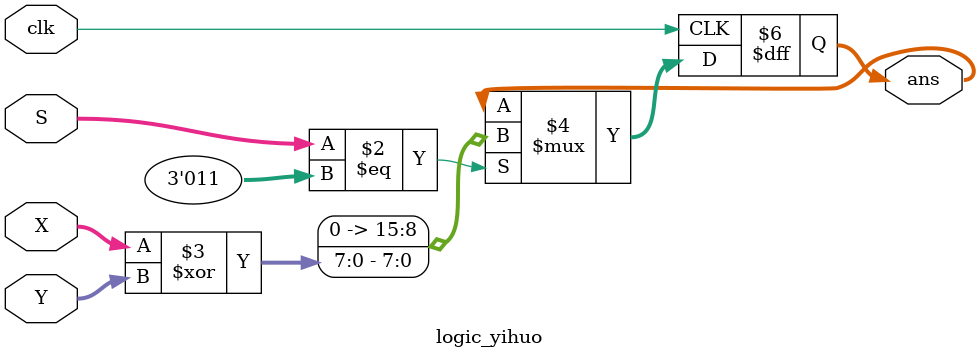
<source format=v>
module logic_yihuo(
	input [7:0] X,
	input [7:0] Y,
	input [2:0] S,
	output reg[15:0] ans,
	input clk
);
	always@(posedge clk)
	begin
		if(S==3'b011)
		begin
			ans<={8'b0000_0000,X^Y};
		end
	end
endmodule

</source>
